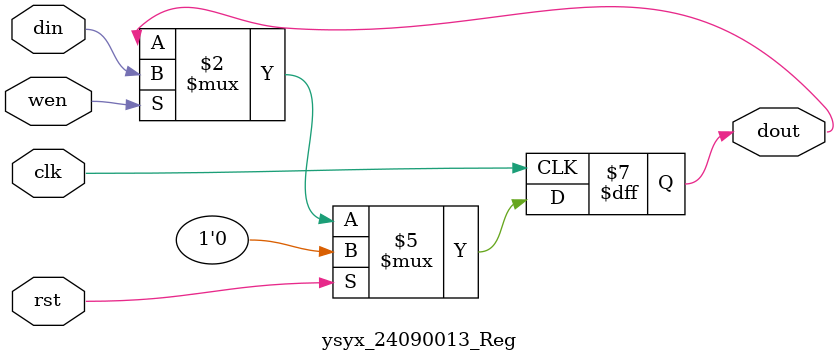
<source format=v>
module ysyx_24090013_Reg #(parameter WIDTH = 1, parameter RESET_VAL = 0) (
  input clk,
  input rst,
  input [WIDTH-1:0] din,
  input wen,
  output reg [WIDTH-1:0] dout
);
  always @(posedge clk) begin
    if (rst) dout <= RESET_VAL;
    else if (wen) dout <= din;
  end
endmodule


</source>
